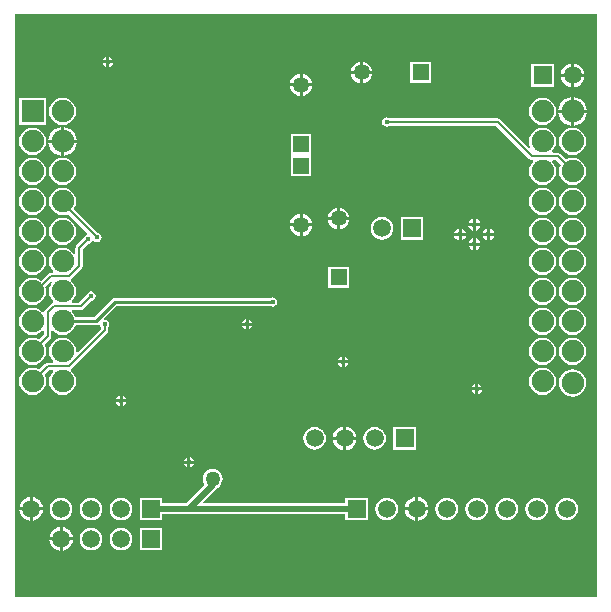
<source format=gbl>
G04*
G04 #@! TF.GenerationSoftware,Altium Limited,Altium Designer,18.0.12 (696)*
G04*
G04 Layer_Physical_Order=2*
G04 Layer_Color=16711680*
%FSLAX25Y25*%
%MOIN*%
G70*
G01*
G75*
%ADD11C,0.01000*%
%ADD59C,0.02000*%
%ADD60C,0.00800*%
%ADD61C,0.01968*%
%ADD62C,0.05906*%
%ADD63R,0.05906X0.05906*%
%ADD64R,0.05315X0.05315*%
%ADD65C,0.05315*%
%ADD66R,0.05315X0.05315*%
%ADD67C,0.07500*%
%ADD68R,0.07500X0.07500*%
%ADD69C,0.01500*%
%ADD70C,0.05000*%
G36*
X297000Y110000D02*
X103000D01*
Y304500D01*
X297000D01*
Y110000D01*
D02*
G37*
%LPC*%
G36*
X134500Y290185D02*
Y289000D01*
X135685D01*
X135649Y289183D01*
X135262Y289762D01*
X134683Y290148D01*
X134500Y290185D01*
D02*
G37*
G36*
X133500D02*
X133317Y290148D01*
X132738Y289762D01*
X132352Y289183D01*
X132315Y289000D01*
X133500D01*
Y290185D01*
D02*
G37*
G36*
X135685Y288000D02*
X134500D01*
Y286815D01*
X134683Y286852D01*
X135262Y287238D01*
X135649Y287817D01*
X135685Y288000D01*
D02*
G37*
G36*
X133500D02*
X132315D01*
X132352Y287817D01*
X132738Y287238D01*
X133317Y286852D01*
X133500Y286815D01*
Y288000D01*
D02*
G37*
G36*
X219158Y288623D02*
Y285500D01*
X222281D01*
X222221Y285955D01*
X221852Y286844D01*
X221266Y287609D01*
X220502Y288195D01*
X219612Y288563D01*
X219158Y288623D01*
D02*
G37*
G36*
X218158D02*
X217703Y288563D01*
X216813Y288195D01*
X216049Y287609D01*
X215463Y286844D01*
X215094Y285955D01*
X215034Y285500D01*
X218158D01*
Y288623D01*
D02*
G37*
G36*
X289500Y287921D02*
Y284500D01*
X292921D01*
X292851Y285032D01*
X292453Y285993D01*
X291819Y286819D01*
X290993Y287453D01*
X290032Y287851D01*
X289500Y287921D01*
D02*
G37*
G36*
X288500D02*
X287968Y287851D01*
X287007Y287453D01*
X286181Y286819D01*
X285547Y285993D01*
X285149Y285032D01*
X285079Y284500D01*
X288500D01*
Y287921D01*
D02*
G37*
G36*
X241800Y288457D02*
X234885D01*
Y281542D01*
X241800D01*
Y288457D01*
D02*
G37*
G36*
X222281Y284500D02*
X219158D01*
Y281377D01*
X219612Y281437D01*
X220502Y281805D01*
X221266Y282392D01*
X221852Y283155D01*
X222221Y284045D01*
X222281Y284500D01*
D02*
G37*
G36*
X218158D02*
X215034D01*
X215094Y284045D01*
X215463Y283155D01*
X216049Y282392D01*
X216813Y281805D01*
X217703Y281437D01*
X218158Y281377D01*
Y284500D01*
D02*
G37*
G36*
X199000Y284466D02*
Y281343D01*
X202123D01*
X202063Y281797D01*
X201695Y282687D01*
X201109Y283451D01*
X200344Y284037D01*
X199455Y284406D01*
X199000Y284466D01*
D02*
G37*
G36*
X198000D02*
X197545Y284406D01*
X196655Y284037D01*
X195891Y283451D01*
X195305Y282687D01*
X194937Y281797D01*
X194877Y281343D01*
X198000D01*
Y284466D01*
D02*
G37*
G36*
X282753Y287753D02*
X275247D01*
Y280247D01*
X282753D01*
Y287753D01*
D02*
G37*
G36*
X292921Y283500D02*
X289500D01*
Y280079D01*
X290032Y280149D01*
X290993Y280547D01*
X291819Y281181D01*
X292453Y282007D01*
X292851Y282968D01*
X292921Y283500D01*
D02*
G37*
G36*
X288500D02*
X285079D01*
X285149Y282968D01*
X285547Y282007D01*
X286181Y281181D01*
X287007Y280547D01*
X287968Y280149D01*
X288500Y280079D01*
Y283500D01*
D02*
G37*
G36*
X202123Y280343D02*
X199000D01*
Y277219D01*
X199455Y277279D01*
X200344Y277648D01*
X201109Y278234D01*
X201695Y278998D01*
X202063Y279888D01*
X202123Y280343D01*
D02*
G37*
G36*
X198000D02*
X194877D01*
X194937Y279888D01*
X195305Y278998D01*
X195891Y278234D01*
X196655Y277648D01*
X197545Y277279D01*
X198000Y277219D01*
Y280343D01*
D02*
G37*
G36*
X289500Y276725D02*
Y272500D01*
X293725D01*
X293628Y273240D01*
X293149Y274395D01*
X292388Y275388D01*
X291395Y276149D01*
X290240Y276628D01*
X289500Y276725D01*
D02*
G37*
G36*
X288500D02*
X287760Y276628D01*
X286604Y276149D01*
X285612Y275388D01*
X284851Y274395D01*
X284372Y273240D01*
X284275Y272500D01*
X288500D01*
Y276725D01*
D02*
G37*
G36*
X113550Y276550D02*
X104450D01*
Y267450D01*
X113550D01*
Y276550D01*
D02*
G37*
G36*
X279000Y276589D02*
X277812Y276433D01*
X276705Y275974D01*
X275755Y275245D01*
X275026Y274295D01*
X274567Y273188D01*
X274411Y272000D01*
X274567Y270812D01*
X275026Y269705D01*
X275755Y268755D01*
X276705Y268026D01*
X277812Y267567D01*
X279000Y267411D01*
X280188Y267567D01*
X281295Y268026D01*
X282245Y268755D01*
X282974Y269705D01*
X283433Y270812D01*
X283589Y272000D01*
X283433Y273188D01*
X282974Y274295D01*
X282245Y275245D01*
X281295Y275974D01*
X280188Y276433D01*
X279000Y276589D01*
D02*
G37*
G36*
X119000D02*
X117812Y276433D01*
X116705Y275974D01*
X115755Y275245D01*
X115026Y274295D01*
X114567Y273188D01*
X114411Y272000D01*
X114567Y270812D01*
X115026Y269705D01*
X115755Y268755D01*
X116705Y268026D01*
X117812Y267567D01*
X119000Y267411D01*
X120188Y267567D01*
X121295Y268026D01*
X122245Y268755D01*
X122974Y269705D01*
X123433Y270812D01*
X123589Y272000D01*
X123433Y273188D01*
X122974Y274295D01*
X122245Y275245D01*
X121295Y275974D01*
X120188Y276433D01*
X119000Y276589D01*
D02*
G37*
G36*
X293725Y271500D02*
X289500D01*
Y267275D01*
X290240Y267372D01*
X291395Y267851D01*
X292388Y268612D01*
X293149Y269604D01*
X293628Y270760D01*
X293725Y271500D01*
D02*
G37*
G36*
X288500D02*
X284275D01*
X284372Y270760D01*
X284851Y269604D01*
X285612Y268612D01*
X286604Y267851D01*
X287760Y267372D01*
X288500Y267275D01*
Y271500D01*
D02*
G37*
G36*
X119500Y266725D02*
Y262500D01*
X123725D01*
X123628Y263240D01*
X123149Y264395D01*
X122388Y265388D01*
X121396Y266149D01*
X120240Y266628D01*
X119500Y266725D01*
D02*
G37*
G36*
X118500D02*
X117760Y266628D01*
X116604Y266149D01*
X115612Y265388D01*
X114851Y264395D01*
X114372Y263240D01*
X114275Y262500D01*
X118500D01*
Y266725D01*
D02*
G37*
G36*
X289000Y266589D02*
X287812Y266433D01*
X286705Y265974D01*
X285755Y265245D01*
X285026Y264295D01*
X284567Y263188D01*
X284411Y262000D01*
X284567Y260812D01*
X285026Y259705D01*
X285755Y258755D01*
X286705Y258026D01*
X287812Y257567D01*
X289000Y257411D01*
X290188Y257567D01*
X291295Y258026D01*
X292245Y258755D01*
X292974Y259705D01*
X293433Y260812D01*
X293589Y262000D01*
X293433Y263188D01*
X292974Y264295D01*
X292245Y265245D01*
X291295Y265974D01*
X290188Y266433D01*
X289000Y266589D01*
D02*
G37*
G36*
X109000D02*
X107812Y266433D01*
X106705Y265974D01*
X105755Y265245D01*
X105026Y264295D01*
X104567Y263188D01*
X104411Y262000D01*
X104567Y260812D01*
X105026Y259705D01*
X105755Y258755D01*
X106705Y258026D01*
X107812Y257567D01*
X109000Y257411D01*
X110188Y257567D01*
X111295Y258026D01*
X112245Y258755D01*
X112974Y259705D01*
X113433Y260812D01*
X113589Y262000D01*
X113433Y263188D01*
X112974Y264295D01*
X112245Y265245D01*
X111295Y265974D01*
X110188Y266433D01*
X109000Y266589D01*
D02*
G37*
G36*
X123725Y261500D02*
X119500D01*
Y257275D01*
X120240Y257372D01*
X121396Y257851D01*
X122388Y258612D01*
X123149Y259605D01*
X123628Y260760D01*
X123725Y261500D01*
D02*
G37*
G36*
X118500D02*
X114275D01*
X114372Y260760D01*
X114851Y259605D01*
X115612Y258612D01*
X116604Y257851D01*
X117760Y257372D01*
X118500Y257275D01*
Y261500D01*
D02*
G37*
G36*
X201958Y264615D02*
X195043D01*
Y257800D01*
X195043Y257700D01*
X195043Y257200D01*
Y250385D01*
X201958D01*
Y257200D01*
X201958Y257300D01*
X201958Y257800D01*
Y264615D01*
D02*
G37*
G36*
X227000Y270080D02*
X226395Y269960D01*
X225883Y269618D01*
X225540Y269105D01*
X225420Y268500D01*
X225540Y267895D01*
X225883Y267383D01*
X226395Y267040D01*
X227000Y266920D01*
X227605Y267040D01*
X227959Y267277D01*
X263493D01*
X274635Y256135D01*
X275032Y255870D01*
X275500Y255777D01*
X275670D01*
X275830Y255303D01*
X275755Y255245D01*
X275026Y254295D01*
X274567Y253188D01*
X274411Y252000D01*
X274567Y250812D01*
X275026Y249705D01*
X275755Y248755D01*
X276705Y248026D01*
X277812Y247567D01*
X279000Y247411D01*
X280188Y247567D01*
X281295Y248026D01*
X282245Y248755D01*
X282974Y249705D01*
X283433Y250812D01*
X283589Y252000D01*
X283433Y253188D01*
X282974Y254295D01*
X282245Y255245D01*
X282170Y255303D01*
X282330Y255777D01*
X283493D01*
X285011Y254259D01*
X284567Y253188D01*
X284411Y252000D01*
X284567Y250812D01*
X285026Y249705D01*
X285755Y248755D01*
X286705Y248026D01*
X287812Y247567D01*
X289000Y247411D01*
X290188Y247567D01*
X291295Y248026D01*
X292245Y248755D01*
X292974Y249705D01*
X293433Y250812D01*
X293589Y252000D01*
X293433Y253188D01*
X292974Y254295D01*
X292245Y255245D01*
X291295Y255974D01*
X290188Y256433D01*
X289000Y256589D01*
X287812Y256433D01*
X286741Y255989D01*
X284865Y257865D01*
X284468Y258130D01*
X284000Y258224D01*
X282330D01*
X282170Y258697D01*
X282245Y258755D01*
X282974Y259705D01*
X283433Y260812D01*
X283589Y262000D01*
X283433Y263188D01*
X282974Y264295D01*
X282245Y265245D01*
X281295Y265974D01*
X280188Y266433D01*
X279000Y266589D01*
X277812Y266433D01*
X276705Y265974D01*
X275755Y265245D01*
X275026Y264295D01*
X274567Y263188D01*
X274411Y262000D01*
X274567Y260812D01*
X274880Y260058D01*
X274456Y259775D01*
X264865Y269365D01*
X264468Y269630D01*
X264000Y269724D01*
X227959D01*
X227605Y269960D01*
X227000Y270080D01*
D02*
G37*
G36*
X119000Y256589D02*
X117812Y256433D01*
X116705Y255974D01*
X115755Y255245D01*
X115026Y254295D01*
X114567Y253188D01*
X114411Y252000D01*
X114567Y250812D01*
X115026Y249705D01*
X115755Y248755D01*
X116705Y248026D01*
X117812Y247567D01*
X119000Y247411D01*
X120188Y247567D01*
X121295Y248026D01*
X122245Y248755D01*
X122974Y249705D01*
X123433Y250812D01*
X123589Y252000D01*
X123433Y253188D01*
X122974Y254295D01*
X122245Y255245D01*
X121295Y255974D01*
X120188Y256433D01*
X119000Y256589D01*
D02*
G37*
G36*
X109000D02*
X107812Y256433D01*
X106705Y255974D01*
X105755Y255245D01*
X105026Y254295D01*
X104567Y253188D01*
X104411Y252000D01*
X104567Y250812D01*
X105026Y249705D01*
X105755Y248755D01*
X106705Y248026D01*
X107812Y247567D01*
X109000Y247411D01*
X110188Y247567D01*
X111295Y248026D01*
X112245Y248755D01*
X112974Y249705D01*
X113433Y250812D01*
X113589Y252000D01*
X113433Y253188D01*
X112974Y254295D01*
X112245Y255245D01*
X111295Y255974D01*
X110188Y256433D01*
X109000Y256589D01*
D02*
G37*
G36*
X289000Y246589D02*
X287812Y246433D01*
X286705Y245974D01*
X285755Y245245D01*
X285026Y244295D01*
X284567Y243188D01*
X284411Y242000D01*
X284567Y240812D01*
X285026Y239705D01*
X285755Y238755D01*
X286705Y238026D01*
X287812Y237567D01*
X289000Y237411D01*
X290188Y237567D01*
X291295Y238026D01*
X292245Y238755D01*
X292974Y239705D01*
X293433Y240812D01*
X293589Y242000D01*
X293433Y243188D01*
X292974Y244295D01*
X292245Y245245D01*
X291295Y245974D01*
X290188Y246433D01*
X289000Y246589D01*
D02*
G37*
G36*
X279000D02*
X277812Y246433D01*
X276705Y245974D01*
X275755Y245245D01*
X275026Y244295D01*
X274567Y243188D01*
X274411Y242000D01*
X274567Y240812D01*
X275026Y239705D01*
X275755Y238755D01*
X276705Y238026D01*
X277812Y237567D01*
X279000Y237411D01*
X280188Y237567D01*
X281295Y238026D01*
X282245Y238755D01*
X282974Y239705D01*
X283433Y240812D01*
X283589Y242000D01*
X283433Y243188D01*
X282974Y244295D01*
X282245Y245245D01*
X281295Y245974D01*
X280188Y246433D01*
X279000Y246589D01*
D02*
G37*
G36*
X109000D02*
X107812Y246433D01*
X106705Y245974D01*
X105755Y245245D01*
X105026Y244295D01*
X104567Y243188D01*
X104411Y242000D01*
X104567Y240812D01*
X105026Y239705D01*
X105755Y238755D01*
X106705Y238026D01*
X107812Y237567D01*
X109000Y237411D01*
X110188Y237567D01*
X111295Y238026D01*
X112245Y238755D01*
X112974Y239705D01*
X113433Y240812D01*
X113589Y242000D01*
X113433Y243188D01*
X112974Y244295D01*
X112245Y245245D01*
X111295Y245974D01*
X110188Y246433D01*
X109000Y246589D01*
D02*
G37*
G36*
X211500Y239966D02*
Y236842D01*
X214623D01*
X214563Y237297D01*
X214195Y238187D01*
X213609Y238951D01*
X212844Y239537D01*
X211955Y239906D01*
X211500Y239966D01*
D02*
G37*
G36*
X210500D02*
X210045Y239906D01*
X209156Y239537D01*
X208391Y238951D01*
X207805Y238187D01*
X207437Y237297D01*
X207377Y236842D01*
X210500D01*
Y239966D01*
D02*
G37*
G36*
X256724Y236132D02*
Y234709D01*
X258148D01*
X258094Y234983D01*
X257655Y235639D01*
X256999Y236078D01*
X256724Y236132D01*
D02*
G37*
G36*
X255724Y236132D02*
X255450Y236078D01*
X254794Y235639D01*
X254355Y234983D01*
X254301Y234709D01*
X255724D01*
Y236132D01*
D02*
G37*
G36*
X199000Y237781D02*
Y234658D01*
X202123D01*
X202063Y235112D01*
X201695Y236002D01*
X201109Y236766D01*
X200344Y237352D01*
X199455Y237721D01*
X199000Y237781D01*
D02*
G37*
G36*
X198000D02*
X197545Y237721D01*
X196655Y237352D01*
X195891Y236766D01*
X195305Y236002D01*
X194937Y235112D01*
X194877Y234658D01*
X198000D01*
Y237781D01*
D02*
G37*
G36*
X214623Y235842D02*
X211500D01*
Y232719D01*
X211955Y232779D01*
X212844Y233148D01*
X213609Y233734D01*
X214195Y234498D01*
X214563Y235388D01*
X214623Y235842D01*
D02*
G37*
G36*
X210500D02*
X207377D01*
X207437Y235388D01*
X207805Y234498D01*
X208391Y233734D01*
X209156Y233148D01*
X210045Y232779D01*
X210500Y232719D01*
Y235842D01*
D02*
G37*
G36*
X255724Y233709D02*
X254301D01*
X254355Y233435D01*
X254794Y232778D01*
X255450Y232340D01*
X255724Y232285D01*
Y233709D01*
D02*
G37*
G36*
X258148D02*
X256724D01*
Y232285D01*
X256999Y232340D01*
X257655Y232778D01*
X258094Y233435D01*
X258148Y233709D01*
D02*
G37*
G36*
X261449Y232924D02*
Y231500D01*
X262873D01*
X262818Y231774D01*
X262379Y232431D01*
X261723Y232869D01*
X261449Y232924D01*
D02*
G37*
G36*
X252000D02*
Y231500D01*
X253424D01*
X253369Y231774D01*
X252931Y232431D01*
X252274Y232869D01*
X252000Y232924D01*
D02*
G37*
G36*
X251000D02*
X250726Y232869D01*
X250069Y232431D01*
X249631Y231774D01*
X249576Y231500D01*
X251000D01*
Y232924D01*
D02*
G37*
G36*
X260449D02*
X260175Y232869D01*
X259518Y232431D01*
X259080Y231774D01*
X259025Y231500D01*
X260449D01*
Y232924D01*
D02*
G37*
G36*
X202123Y233658D02*
X199000D01*
Y230534D01*
X199455Y230594D01*
X200344Y230963D01*
X201109Y231549D01*
X201695Y232313D01*
X202063Y233203D01*
X202123Y233658D01*
D02*
G37*
G36*
X198000D02*
X194877D01*
X194937Y233203D01*
X195305Y232313D01*
X195891Y231549D01*
X196655Y230963D01*
X197545Y230594D01*
X198000Y230534D01*
Y233658D01*
D02*
G37*
G36*
X239253Y236753D02*
X231747D01*
Y229247D01*
X239253D01*
Y236753D01*
D02*
G37*
G36*
X225500Y236785D02*
X224520Y236656D01*
X223607Y236278D01*
X222824Y235677D01*
X222222Y234893D01*
X221844Y233980D01*
X221715Y233000D01*
X221844Y232020D01*
X222222Y231107D01*
X222824Y230324D01*
X223607Y229722D01*
X224520Y229344D01*
X225500Y229215D01*
X226480Y229344D01*
X227393Y229722D01*
X228176Y230324D01*
X228778Y231107D01*
X229156Y232020D01*
X229285Y233000D01*
X229156Y233980D01*
X228778Y234893D01*
X228176Y235677D01*
X227393Y236278D01*
X226480Y236656D01*
X225500Y236785D01*
D02*
G37*
G36*
X262873Y230500D02*
X261449D01*
Y229076D01*
X261723Y229131D01*
X262379Y229569D01*
X262818Y230226D01*
X262873Y230500D01*
D02*
G37*
G36*
X253424D02*
X252000D01*
Y229076D01*
X252274Y229131D01*
X252931Y229569D01*
X253369Y230226D01*
X253424Y230500D01*
D02*
G37*
G36*
X251000D02*
X249576D01*
X249631Y230226D01*
X250069Y229569D01*
X250726Y229131D01*
X251000Y229076D01*
Y230500D01*
D02*
G37*
G36*
X260449D02*
X259025D01*
X259080Y230226D01*
X259518Y229569D01*
X260175Y229131D01*
X260449Y229076D01*
Y230500D01*
D02*
G37*
G36*
X119000Y246589D02*
X117812Y246433D01*
X116705Y245974D01*
X115755Y245245D01*
X115026Y244295D01*
X114567Y243188D01*
X114411Y242000D01*
X114567Y240812D01*
X115026Y239705D01*
X115755Y238755D01*
X116705Y238026D01*
X117812Y237567D01*
X119000Y237411D01*
X120188Y237567D01*
X120905Y237864D01*
X127233Y231537D01*
X127068Y230995D01*
X126895Y230960D01*
X126383Y230617D01*
X126040Y230105D01*
X125957Y229687D01*
X123635Y227365D01*
X123370Y226968D01*
X123276Y226500D01*
Y224722D01*
X122776Y224553D01*
X122245Y225245D01*
X121295Y225974D01*
X120188Y226433D01*
X119000Y226589D01*
X117812Y226433D01*
X116705Y225974D01*
X115755Y225245D01*
X115026Y224295D01*
X114567Y223188D01*
X114411Y222000D01*
X114567Y220812D01*
X115026Y219705D01*
X115741Y218774D01*
X115714Y218595D01*
X115604Y218273D01*
X115050D01*
X114582Y218180D01*
X114185Y217915D01*
X111832Y215562D01*
X111295Y215974D01*
X110188Y216433D01*
X109000Y216589D01*
X107812Y216433D01*
X106705Y215974D01*
X105755Y215245D01*
X105026Y214295D01*
X104567Y213188D01*
X104411Y212000D01*
X104567Y210812D01*
X105026Y209705D01*
X105755Y208755D01*
X106705Y208026D01*
X107812Y207567D01*
X109000Y207411D01*
X110188Y207567D01*
X111295Y208026D01*
X112245Y208755D01*
X112974Y209705D01*
X113433Y210812D01*
X113589Y212000D01*
X113433Y213188D01*
X113282Y213552D01*
X115296Y215565D01*
X115360Y215550D01*
X115559Y214990D01*
X115026Y214295D01*
X114567Y213188D01*
X114411Y212000D01*
X114567Y210812D01*
X115026Y209705D01*
X115755Y208755D01*
X115786Y208731D01*
X115662Y208196D01*
X115582Y208180D01*
X115185Y207915D01*
X113135Y205865D01*
X112870Y205468D01*
X112836Y205297D01*
X112301Y205172D01*
X112245Y205245D01*
X111295Y205974D01*
X110188Y206433D01*
X109000Y206589D01*
X107812Y206433D01*
X106705Y205974D01*
X105755Y205245D01*
X105026Y204295D01*
X104567Y203188D01*
X104411Y202000D01*
X104567Y200812D01*
X105026Y199705D01*
X105755Y198755D01*
X106705Y198026D01*
X107812Y197567D01*
X109000Y197411D01*
X110188Y197567D01*
X111295Y198026D01*
X112245Y198755D01*
X112303Y198830D01*
X112777Y198670D01*
Y197507D01*
X111259Y195989D01*
X110188Y196433D01*
X109000Y196589D01*
X107812Y196433D01*
X106705Y195974D01*
X105755Y195245D01*
X105026Y194295D01*
X104567Y193188D01*
X104411Y192000D01*
X104567Y190812D01*
X105026Y189705D01*
X105755Y188755D01*
X106705Y188026D01*
X107812Y187567D01*
X109000Y187411D01*
X110188Y187567D01*
X111295Y188026D01*
X112245Y188755D01*
X112974Y189705D01*
X113433Y190812D01*
X113589Y192000D01*
X113433Y193188D01*
X112989Y194259D01*
X114865Y196135D01*
X115130Y196532D01*
X115224Y197000D01*
Y198670D01*
X115697Y198830D01*
X115755Y198755D01*
X116705Y198026D01*
X117812Y197567D01*
X119000Y197411D01*
X120188Y197567D01*
X121295Y198026D01*
X122245Y198755D01*
X122974Y199705D01*
X123376Y200675D01*
X130000D01*
X130507Y200775D01*
X130936Y201062D01*
X131066Y201045D01*
X131447Y200865D01*
X131540Y200395D01*
X131776Y200041D01*
Y199506D01*
X124036Y191766D01*
X123732Y191916D01*
X123586Y192023D01*
X123433Y193188D01*
X122974Y194295D01*
X122245Y195245D01*
X121295Y195974D01*
X120188Y196433D01*
X119000Y196589D01*
X117812Y196433D01*
X116705Y195974D01*
X115755Y195245D01*
X115026Y194295D01*
X114567Y193188D01*
X114411Y192000D01*
X114567Y190812D01*
X115026Y189705D01*
X115741Y188774D01*
X115714Y188595D01*
X115604Y188274D01*
X114050D01*
X113582Y188180D01*
X113185Y187915D01*
X111259Y185989D01*
X110188Y186433D01*
X109000Y186589D01*
X107812Y186433D01*
X106705Y185974D01*
X105755Y185245D01*
X105026Y184295D01*
X104567Y183188D01*
X104411Y182000D01*
X104567Y180812D01*
X105026Y179705D01*
X105755Y178755D01*
X106705Y178026D01*
X107812Y177567D01*
X109000Y177411D01*
X110188Y177567D01*
X111295Y178026D01*
X112245Y178755D01*
X112974Y179705D01*
X113433Y180812D01*
X113589Y182000D01*
X113433Y183188D01*
X112989Y184259D01*
X114557Y185827D01*
X115735D01*
X115896Y185353D01*
X115755Y185245D01*
X115026Y184295D01*
X114567Y183188D01*
X114411Y182000D01*
X114567Y180812D01*
X115026Y179705D01*
X115755Y178755D01*
X116705Y178026D01*
X117812Y177567D01*
X119000Y177411D01*
X120188Y177567D01*
X121295Y178026D01*
X122245Y178755D01*
X122974Y179705D01*
X123433Y180812D01*
X123589Y182000D01*
X123433Y183188D01*
X122974Y184295D01*
X122245Y185245D01*
X121856Y185544D01*
X121876Y186159D01*
X121915Y186185D01*
X133865Y198135D01*
X134130Y198531D01*
X134223Y199000D01*
Y200041D01*
X134460Y200395D01*
X134580Y201000D01*
X134460Y201605D01*
X134117Y202117D01*
X133605Y202460D01*
X133135Y202554D01*
X132955Y202933D01*
X132938Y203064D01*
X137049Y207174D01*
X188194D01*
X188395Y207040D01*
X189000Y206920D01*
X189605Y207040D01*
X190118Y207382D01*
X190460Y207895D01*
X190580Y208500D01*
X190460Y209105D01*
X190118Y209617D01*
X189605Y209960D01*
X189000Y210080D01*
X188395Y209960D01*
X188194Y209825D01*
X136500D01*
X135993Y209725D01*
X135563Y209437D01*
X129451Y203326D01*
X123376D01*
X122974Y204295D01*
X122245Y205245D01*
X122104Y205353D01*
X122265Y205826D01*
X125050D01*
X125518Y205920D01*
X125915Y206185D01*
X128687Y208957D01*
X129105Y209040D01*
X129618Y209383D01*
X129960Y209895D01*
X130080Y210500D01*
X129960Y211105D01*
X129618Y211617D01*
X129105Y211960D01*
X128500Y212080D01*
X127895Y211960D01*
X127383Y211617D01*
X127040Y211105D01*
X126957Y210687D01*
X124543Y208274D01*
X122396D01*
X122286Y208595D01*
X122259Y208773D01*
X122974Y209705D01*
X123433Y210812D01*
X123589Y212000D01*
X123433Y213188D01*
X122974Y214295D01*
X122245Y215245D01*
X121856Y215544D01*
X121876Y216159D01*
X121915Y216185D01*
X125365Y219635D01*
X125630Y220031D01*
X125724Y220500D01*
Y225993D01*
X127687Y227957D01*
X128105Y228040D01*
X128618Y228382D01*
X128866Y228755D01*
X129274Y228856D01*
X129457Y228833D01*
X129895Y228540D01*
X130500Y228420D01*
X131105Y228540D01*
X131617Y228883D01*
X131960Y229395D01*
X132080Y230000D01*
X131960Y230605D01*
X131617Y231118D01*
X131105Y231460D01*
X130687Y231543D01*
X122779Y239451D01*
X122974Y239705D01*
X123433Y240812D01*
X123589Y242000D01*
X123433Y243188D01*
X122974Y244295D01*
X122245Y245245D01*
X121295Y245974D01*
X120188Y246433D01*
X119000Y246589D01*
D02*
G37*
G36*
X256724Y229715D02*
Y228291D01*
X258148D01*
X258094Y228566D01*
X257655Y229222D01*
X256999Y229661D01*
X256724Y229715D01*
D02*
G37*
G36*
X255724Y229715D02*
X255450Y229661D01*
X254794Y229222D01*
X254355Y228566D01*
X254301Y228291D01*
X255724D01*
Y229715D01*
D02*
G37*
G36*
X289000Y236589D02*
X287812Y236433D01*
X286705Y235974D01*
X285755Y235245D01*
X285026Y234295D01*
X284567Y233188D01*
X284411Y232000D01*
X284567Y230812D01*
X285026Y229705D01*
X285755Y228755D01*
X286705Y228026D01*
X287812Y227567D01*
X289000Y227411D01*
X290188Y227567D01*
X291295Y228026D01*
X292245Y228755D01*
X292974Y229705D01*
X293433Y230812D01*
X293589Y232000D01*
X293433Y233188D01*
X292974Y234295D01*
X292245Y235245D01*
X291295Y235974D01*
X290188Y236433D01*
X289000Y236589D01*
D02*
G37*
G36*
X279000D02*
X277812Y236433D01*
X276705Y235974D01*
X275755Y235245D01*
X275026Y234295D01*
X274567Y233188D01*
X274411Y232000D01*
X274567Y230812D01*
X275026Y229705D01*
X275755Y228755D01*
X276705Y228026D01*
X277812Y227567D01*
X279000Y227411D01*
X280188Y227567D01*
X281295Y228026D01*
X282245Y228755D01*
X282974Y229705D01*
X283433Y230812D01*
X283589Y232000D01*
X283433Y233188D01*
X282974Y234295D01*
X282245Y235245D01*
X281295Y235974D01*
X280188Y236433D01*
X279000Y236589D01*
D02*
G37*
G36*
X119000D02*
X117812Y236433D01*
X116705Y235974D01*
X115755Y235245D01*
X115026Y234295D01*
X114567Y233188D01*
X114411Y232000D01*
X114567Y230812D01*
X115026Y229705D01*
X115755Y228755D01*
X116705Y228026D01*
X117812Y227567D01*
X119000Y227411D01*
X120188Y227567D01*
X121295Y228026D01*
X122245Y228755D01*
X122974Y229705D01*
X123433Y230812D01*
X123589Y232000D01*
X123433Y233188D01*
X122974Y234295D01*
X122245Y235245D01*
X121295Y235974D01*
X120188Y236433D01*
X119000Y236589D01*
D02*
G37*
G36*
X109000D02*
X107812Y236433D01*
X106705Y235974D01*
X105755Y235245D01*
X105026Y234295D01*
X104567Y233188D01*
X104411Y232000D01*
X104567Y230812D01*
X105026Y229705D01*
X105755Y228755D01*
X106705Y228026D01*
X107812Y227567D01*
X109000Y227411D01*
X110188Y227567D01*
X111295Y228026D01*
X112245Y228755D01*
X112974Y229705D01*
X113433Y230812D01*
X113589Y232000D01*
X113433Y233188D01*
X112974Y234295D01*
X112245Y235245D01*
X111295Y235974D01*
X110188Y236433D01*
X109000Y236589D01*
D02*
G37*
G36*
X255724Y227291D02*
X254301D01*
X254355Y227017D01*
X254794Y226361D01*
X255450Y225922D01*
X255724Y225868D01*
Y227291D01*
D02*
G37*
G36*
X258148D02*
X256724D01*
Y225868D01*
X256999Y225922D01*
X257655Y226361D01*
X258094Y227017D01*
X258148Y227291D01*
D02*
G37*
G36*
X289000Y226589D02*
X287812Y226433D01*
X286705Y225974D01*
X285755Y225245D01*
X285026Y224295D01*
X284567Y223188D01*
X284411Y222000D01*
X284567Y220812D01*
X285026Y219705D01*
X285755Y218755D01*
X286705Y218026D01*
X287812Y217567D01*
X289000Y217411D01*
X290188Y217567D01*
X291295Y218026D01*
X292245Y218755D01*
X292974Y219705D01*
X293433Y220812D01*
X293589Y222000D01*
X293433Y223188D01*
X292974Y224295D01*
X292245Y225245D01*
X291295Y225974D01*
X290188Y226433D01*
X289000Y226589D01*
D02*
G37*
G36*
X279000D02*
X277812Y226433D01*
X276705Y225974D01*
X275755Y225245D01*
X275026Y224295D01*
X274567Y223188D01*
X274411Y222000D01*
X274567Y220812D01*
X275026Y219705D01*
X275755Y218755D01*
X276705Y218026D01*
X277812Y217567D01*
X279000Y217411D01*
X280188Y217567D01*
X281295Y218026D01*
X282245Y218755D01*
X282974Y219705D01*
X283433Y220812D01*
X283589Y222000D01*
X283433Y223188D01*
X282974Y224295D01*
X282245Y225245D01*
X281295Y225974D01*
X280188Y226433D01*
X279000Y226589D01*
D02*
G37*
G36*
X109000D02*
X107812Y226433D01*
X106705Y225974D01*
X105755Y225245D01*
X105026Y224295D01*
X104567Y223188D01*
X104411Y222000D01*
X104567Y220812D01*
X105026Y219705D01*
X105755Y218755D01*
X106705Y218026D01*
X107812Y217567D01*
X109000Y217411D01*
X110188Y217567D01*
X111295Y218026D01*
X112245Y218755D01*
X112974Y219705D01*
X113433Y220812D01*
X113589Y222000D01*
X113433Y223188D01*
X112974Y224295D01*
X112245Y225245D01*
X111295Y225974D01*
X110188Y226433D01*
X109000Y226589D01*
D02*
G37*
G36*
X214458Y220115D02*
X207542D01*
Y213200D01*
X214458D01*
Y220115D01*
D02*
G37*
G36*
X289000Y216589D02*
X287812Y216433D01*
X286705Y215974D01*
X285755Y215245D01*
X285026Y214295D01*
X284567Y213188D01*
X284411Y212000D01*
X284567Y210812D01*
X285026Y209705D01*
X285755Y208755D01*
X286705Y208026D01*
X287812Y207567D01*
X289000Y207411D01*
X290188Y207567D01*
X291295Y208026D01*
X292245Y208755D01*
X292974Y209705D01*
X293433Y210812D01*
X293589Y212000D01*
X293433Y213188D01*
X292974Y214295D01*
X292245Y215245D01*
X291295Y215974D01*
X290188Y216433D01*
X289000Y216589D01*
D02*
G37*
G36*
X279000D02*
X277812Y216433D01*
X276705Y215974D01*
X275755Y215245D01*
X275026Y214295D01*
X274567Y213188D01*
X274411Y212000D01*
X274567Y210812D01*
X275026Y209705D01*
X275755Y208755D01*
X276705Y208026D01*
X277812Y207567D01*
X279000Y207411D01*
X280188Y207567D01*
X281295Y208026D01*
X282245Y208755D01*
X282974Y209705D01*
X283433Y210812D01*
X283589Y212000D01*
X283433Y213188D01*
X282974Y214295D01*
X282245Y215245D01*
X281295Y215974D01*
X280188Y216433D01*
X279000Y216589D01*
D02*
G37*
G36*
X181000Y202685D02*
Y201500D01*
X182185D01*
X182149Y201683D01*
X181762Y202262D01*
X181183Y202648D01*
X181000Y202685D01*
D02*
G37*
G36*
X180000D02*
X179817Y202648D01*
X179238Y202262D01*
X178851Y201683D01*
X178815Y201500D01*
X180000D01*
Y202685D01*
D02*
G37*
G36*
X182185Y200500D02*
X181000D01*
Y199315D01*
X181183Y199352D01*
X181762Y199738D01*
X182149Y200317D01*
X182185Y200500D01*
D02*
G37*
G36*
X180000D02*
X178815D01*
X178851Y200317D01*
X179238Y199738D01*
X179817Y199352D01*
X180000Y199315D01*
Y200500D01*
D02*
G37*
G36*
X289000Y206589D02*
X287812Y206433D01*
X286705Y205974D01*
X285755Y205245D01*
X285026Y204295D01*
X284567Y203188D01*
X284411Y202000D01*
X284567Y200812D01*
X285026Y199705D01*
X285755Y198755D01*
X286705Y198026D01*
X287812Y197567D01*
X289000Y197411D01*
X290188Y197567D01*
X291295Y198026D01*
X292245Y198755D01*
X292974Y199705D01*
X293433Y200812D01*
X293589Y202000D01*
X293433Y203188D01*
X292974Y204295D01*
X292245Y205245D01*
X291295Y205974D01*
X290188Y206433D01*
X289000Y206589D01*
D02*
G37*
G36*
X279000D02*
X277812Y206433D01*
X276705Y205974D01*
X275755Y205245D01*
X275026Y204295D01*
X274567Y203188D01*
X274411Y202000D01*
X274567Y200812D01*
X275026Y199705D01*
X275755Y198755D01*
X276705Y198026D01*
X277812Y197567D01*
X279000Y197411D01*
X280188Y197567D01*
X281295Y198026D01*
X282245Y198755D01*
X282974Y199705D01*
X283433Y200812D01*
X283589Y202000D01*
X283433Y203188D01*
X282974Y204295D01*
X282245Y205245D01*
X281295Y205974D01*
X280188Y206433D01*
X279000Y206589D01*
D02*
G37*
G36*
X213000Y190193D02*
Y189008D01*
X214185D01*
X214148Y189191D01*
X213762Y189770D01*
X213183Y190156D01*
X213000Y190193D01*
D02*
G37*
G36*
X212000D02*
X211817Y190156D01*
X211238Y189770D01*
X210852Y189191D01*
X210815Y189008D01*
X212000D01*
Y190193D01*
D02*
G37*
G36*
X289000Y196589D02*
X287812Y196433D01*
X286705Y195974D01*
X285755Y195245D01*
X285026Y194295D01*
X284567Y193188D01*
X284411Y192000D01*
X284567Y190812D01*
X285026Y189705D01*
X285755Y188755D01*
X286705Y188026D01*
X287812Y187567D01*
X289000Y187411D01*
X290188Y187567D01*
X291295Y188026D01*
X292245Y188755D01*
X292974Y189705D01*
X293433Y190812D01*
X293589Y192000D01*
X293433Y193188D01*
X292974Y194295D01*
X292245Y195245D01*
X291295Y195974D01*
X290188Y196433D01*
X289000Y196589D01*
D02*
G37*
G36*
X279000D02*
X277812Y196433D01*
X276705Y195974D01*
X275755Y195245D01*
X275026Y194295D01*
X274567Y193188D01*
X274411Y192000D01*
X274567Y190812D01*
X275026Y189705D01*
X275755Y188755D01*
X276705Y188026D01*
X277812Y187567D01*
X279000Y187411D01*
X280188Y187567D01*
X281295Y188026D01*
X282245Y188755D01*
X282974Y189705D01*
X283433Y190812D01*
X283589Y192000D01*
X283433Y193188D01*
X282974Y194295D01*
X282245Y195245D01*
X281295Y195974D01*
X280188Y196433D01*
X279000Y196589D01*
D02*
G37*
G36*
X214185Y188008D02*
X213000D01*
Y186823D01*
X213183Y186859D01*
X213762Y187246D01*
X214148Y187825D01*
X214185Y188008D01*
D02*
G37*
G36*
X212000D02*
X210815D01*
X210852Y187825D01*
X211238Y187246D01*
X211817Y186859D01*
X212000Y186823D01*
Y188008D01*
D02*
G37*
G36*
X257500Y181185D02*
Y180000D01*
X258685D01*
X258648Y180183D01*
X258262Y180762D01*
X257683Y181149D01*
X257500Y181185D01*
D02*
G37*
G36*
X256500D02*
X256317Y181149D01*
X255738Y180762D01*
X255351Y180183D01*
X255315Y180000D01*
X256500D01*
Y181185D01*
D02*
G37*
G36*
X258685Y179000D02*
X257500D01*
Y177815D01*
X257683Y177851D01*
X258262Y178238D01*
X258648Y178817D01*
X258685Y179000D01*
D02*
G37*
G36*
X256500D02*
X255315D01*
X255351Y178817D01*
X255738Y178238D01*
X256317Y177851D01*
X256500Y177815D01*
Y179000D01*
D02*
G37*
G36*
X279000Y186589D02*
X277812Y186433D01*
X276705Y185974D01*
X275755Y185245D01*
X275026Y184295D01*
X274567Y183188D01*
X274411Y182000D01*
X274567Y180812D01*
X275026Y179705D01*
X275755Y178755D01*
X276705Y178026D01*
X277812Y177567D01*
X279000Y177411D01*
X280188Y177567D01*
X281295Y178026D01*
X282245Y178755D01*
X282974Y179705D01*
X283433Y180812D01*
X283589Y182000D01*
X283433Y183188D01*
X282974Y184295D01*
X282245Y185245D01*
X281295Y185974D01*
X280188Y186433D01*
X279000Y186589D01*
D02*
G37*
G36*
X289000Y186089D02*
X287812Y185933D01*
X286705Y185474D01*
X285755Y184745D01*
X285026Y183795D01*
X284567Y182688D01*
X284411Y181500D01*
X284567Y180312D01*
X285026Y179205D01*
X285755Y178255D01*
X286705Y177526D01*
X287812Y177067D01*
X289000Y176911D01*
X290188Y177067D01*
X291295Y177526D01*
X292245Y178255D01*
X292974Y179205D01*
X293433Y180312D01*
X293589Y181500D01*
X293433Y182688D01*
X292974Y183795D01*
X292245Y184745D01*
X291295Y185474D01*
X290188Y185933D01*
X289000Y186089D01*
D02*
G37*
G36*
X139000Y177185D02*
Y176000D01*
X140185D01*
X140148Y176183D01*
X139762Y176762D01*
X139183Y177148D01*
X139000Y177185D01*
D02*
G37*
G36*
X138000D02*
X137817Y177148D01*
X137238Y176762D01*
X136852Y176183D01*
X136815Y176000D01*
X138000D01*
Y177185D01*
D02*
G37*
G36*
X140185Y175000D02*
X139000D01*
Y173815D01*
X139183Y173852D01*
X139762Y174238D01*
X140148Y174817D01*
X140185Y175000D01*
D02*
G37*
G36*
X138000D02*
X136815D01*
X136852Y174817D01*
X137238Y174238D01*
X137817Y173852D01*
X138000Y173815D01*
Y175000D01*
D02*
G37*
G36*
X213500Y166921D02*
Y163500D01*
X216921D01*
X216851Y164032D01*
X216453Y164993D01*
X215819Y165819D01*
X214993Y166453D01*
X214032Y166851D01*
X213500Y166921D01*
D02*
G37*
G36*
X212500D02*
X211968Y166851D01*
X211007Y166453D01*
X210181Y165819D01*
X209547Y164993D01*
X209149Y164032D01*
X209079Y163500D01*
X212500D01*
Y166921D01*
D02*
G37*
G36*
X236753Y166753D02*
X229247D01*
Y159247D01*
X236753D01*
Y166753D01*
D02*
G37*
G36*
X223000Y166785D02*
X222020Y166656D01*
X221107Y166278D01*
X220323Y165676D01*
X219722Y164893D01*
X219344Y163980D01*
X219215Y163000D01*
X219344Y162020D01*
X219722Y161107D01*
X220323Y160324D01*
X221107Y159722D01*
X222020Y159344D01*
X223000Y159215D01*
X223980Y159344D01*
X224893Y159722D01*
X225676Y160324D01*
X226278Y161107D01*
X226656Y162020D01*
X226785Y163000D01*
X226656Y163980D01*
X226278Y164893D01*
X225676Y165676D01*
X224893Y166278D01*
X223980Y166656D01*
X223000Y166785D01*
D02*
G37*
G36*
X203000D02*
X202020Y166656D01*
X201107Y166278D01*
X200324Y165676D01*
X199722Y164893D01*
X199344Y163980D01*
X199215Y163000D01*
X199344Y162020D01*
X199722Y161107D01*
X200324Y160324D01*
X201107Y159722D01*
X202020Y159344D01*
X203000Y159215D01*
X203980Y159344D01*
X204893Y159722D01*
X205677Y160324D01*
X206278Y161107D01*
X206656Y162020D01*
X206785Y163000D01*
X206656Y163980D01*
X206278Y164893D01*
X205677Y165676D01*
X204893Y166278D01*
X203980Y166656D01*
X203000Y166785D01*
D02*
G37*
G36*
X216921Y162500D02*
X213500D01*
Y159079D01*
X214032Y159149D01*
X214993Y159547D01*
X215819Y160181D01*
X216453Y161007D01*
X216851Y161968D01*
X216921Y162500D01*
D02*
G37*
G36*
X212500D02*
X209079D01*
X209149Y161968D01*
X209547Y161007D01*
X210181Y160181D01*
X211007Y159547D01*
X211968Y159149D01*
X212500Y159079D01*
Y162500D01*
D02*
G37*
G36*
X161500Y156685D02*
Y155500D01*
X162685D01*
X162648Y155683D01*
X162262Y156262D01*
X161683Y156649D01*
X161500Y156685D01*
D02*
G37*
G36*
X160500D02*
X160317Y156649D01*
X159738Y156262D01*
X159352Y155683D01*
X159315Y155500D01*
X160500D01*
Y156685D01*
D02*
G37*
G36*
X162685Y154500D02*
X161500D01*
Y153315D01*
X161683Y153351D01*
X162262Y153738D01*
X162648Y154317D01*
X162685Y154500D01*
D02*
G37*
G36*
X160500D02*
X159315D01*
X159352Y154317D01*
X159738Y153738D01*
X160317Y153351D01*
X160500Y153315D01*
Y154500D01*
D02*
G37*
G36*
X169000Y152829D02*
X168139Y152715D01*
X167336Y152383D01*
X166646Y151854D01*
X166118Y151164D01*
X165785Y150362D01*
X165672Y149500D01*
X165785Y148638D01*
X166118Y147836D01*
X166388Y147483D01*
X160240Y141335D01*
X152253D01*
Y143253D01*
X144747D01*
Y135747D01*
X152253D01*
Y137665D01*
X213247D01*
Y135747D01*
X220753D01*
Y143253D01*
X213247D01*
Y141335D01*
X166084D01*
X165893Y141797D01*
X170298Y146202D01*
X170541Y146566D01*
X170664Y146617D01*
X171354Y147146D01*
X171882Y147836D01*
X172215Y148638D01*
X172328Y149500D01*
X172215Y150362D01*
X171882Y151164D01*
X171354Y151854D01*
X170664Y152383D01*
X169861Y152715D01*
X169000Y152829D01*
D02*
G37*
G36*
X109000Y143421D02*
Y140000D01*
X112421D01*
X112351Y140532D01*
X111953Y141493D01*
X111319Y142319D01*
X110493Y142953D01*
X109532Y143351D01*
X109000Y143421D01*
D02*
G37*
G36*
X237500D02*
Y140000D01*
X240921D01*
X240851Y140532D01*
X240453Y141493D01*
X239819Y142319D01*
X238993Y142953D01*
X238032Y143351D01*
X237500Y143421D01*
D02*
G37*
G36*
X236500D02*
X235968Y143351D01*
X235007Y142953D01*
X234181Y142319D01*
X233547Y141493D01*
X233149Y140532D01*
X233079Y140000D01*
X236500D01*
Y143421D01*
D02*
G37*
G36*
X108000D02*
X107468Y143351D01*
X106507Y142953D01*
X105681Y142319D01*
X105047Y141493D01*
X104649Y140532D01*
X104579Y140000D01*
X108000D01*
Y143421D01*
D02*
G37*
G36*
X287000Y143285D02*
X286020Y143156D01*
X285107Y142778D01*
X284324Y142176D01*
X283722Y141393D01*
X283344Y140480D01*
X283215Y139500D01*
X283344Y138520D01*
X283722Y137607D01*
X284324Y136823D01*
X285107Y136222D01*
X286020Y135844D01*
X287000Y135715D01*
X287980Y135844D01*
X288893Y136222D01*
X289676Y136823D01*
X290278Y137607D01*
X290656Y138520D01*
X290785Y139500D01*
X290656Y140480D01*
X290278Y141393D01*
X289676Y142176D01*
X288893Y142778D01*
X287980Y143156D01*
X287000Y143285D01*
D02*
G37*
G36*
X277000D02*
X276020Y143156D01*
X275107Y142778D01*
X274324Y142176D01*
X273722Y141393D01*
X273344Y140480D01*
X273215Y139500D01*
X273344Y138520D01*
X273722Y137607D01*
X274324Y136823D01*
X275107Y136222D01*
X276020Y135844D01*
X277000Y135715D01*
X277980Y135844D01*
X278893Y136222D01*
X279677Y136823D01*
X280278Y137607D01*
X280656Y138520D01*
X280785Y139500D01*
X280656Y140480D01*
X280278Y141393D01*
X279677Y142176D01*
X278893Y142778D01*
X277980Y143156D01*
X277000Y143285D01*
D02*
G37*
G36*
X267000D02*
X266020Y143156D01*
X265107Y142778D01*
X264323Y142176D01*
X263722Y141393D01*
X263344Y140480D01*
X263215Y139500D01*
X263344Y138520D01*
X263722Y137607D01*
X264323Y136823D01*
X265107Y136222D01*
X266020Y135844D01*
X267000Y135715D01*
X267980Y135844D01*
X268893Y136222D01*
X269676Y136823D01*
X270278Y137607D01*
X270656Y138520D01*
X270785Y139500D01*
X270656Y140480D01*
X270278Y141393D01*
X269676Y142176D01*
X268893Y142778D01*
X267980Y143156D01*
X267000Y143285D01*
D02*
G37*
G36*
X257000D02*
X256020Y143156D01*
X255107Y142778D01*
X254324Y142176D01*
X253722Y141393D01*
X253344Y140480D01*
X253215Y139500D01*
X253344Y138520D01*
X253722Y137607D01*
X254324Y136823D01*
X255107Y136222D01*
X256020Y135844D01*
X257000Y135715D01*
X257980Y135844D01*
X258893Y136222D01*
X259677Y136823D01*
X260278Y137607D01*
X260656Y138520D01*
X260785Y139500D01*
X260656Y140480D01*
X260278Y141393D01*
X259677Y142176D01*
X258893Y142778D01*
X257980Y143156D01*
X257000Y143285D01*
D02*
G37*
G36*
X247000D02*
X246020Y143156D01*
X245107Y142778D01*
X244323Y142176D01*
X243722Y141393D01*
X243344Y140480D01*
X243215Y139500D01*
X243344Y138520D01*
X243722Y137607D01*
X244323Y136823D01*
X245107Y136222D01*
X246020Y135844D01*
X247000Y135715D01*
X247980Y135844D01*
X248893Y136222D01*
X249676Y136823D01*
X250278Y137607D01*
X250656Y138520D01*
X250785Y139500D01*
X250656Y140480D01*
X250278Y141393D01*
X249676Y142176D01*
X248893Y142778D01*
X247980Y143156D01*
X247000Y143285D01*
D02*
G37*
G36*
X227000D02*
X226020Y143156D01*
X225107Y142778D01*
X224324Y142176D01*
X223722Y141393D01*
X223344Y140480D01*
X223215Y139500D01*
X223344Y138520D01*
X223722Y137607D01*
X224324Y136823D01*
X225107Y136222D01*
X226020Y135844D01*
X227000Y135715D01*
X227980Y135844D01*
X228893Y136222D01*
X229677Y136823D01*
X230278Y137607D01*
X230656Y138520D01*
X230785Y139500D01*
X230656Y140480D01*
X230278Y141393D01*
X229677Y142176D01*
X228893Y142778D01*
X227980Y143156D01*
X227000Y143285D01*
D02*
G37*
G36*
X138500D02*
X137520Y143156D01*
X136607Y142778D01*
X135824Y142176D01*
X135222Y141393D01*
X134844Y140480D01*
X134715Y139500D01*
X134844Y138520D01*
X135222Y137607D01*
X135824Y136823D01*
X136607Y136222D01*
X137520Y135844D01*
X138500Y135715D01*
X139480Y135844D01*
X140393Y136222D01*
X141176Y136823D01*
X141778Y137607D01*
X142156Y138520D01*
X142285Y139500D01*
X142156Y140480D01*
X141778Y141393D01*
X141176Y142176D01*
X140393Y142778D01*
X139480Y143156D01*
X138500Y143285D01*
D02*
G37*
G36*
X128500D02*
X127520Y143156D01*
X126607Y142778D01*
X125823Y142176D01*
X125222Y141393D01*
X124844Y140480D01*
X124715Y139500D01*
X124844Y138520D01*
X125222Y137607D01*
X125823Y136823D01*
X126607Y136222D01*
X127520Y135844D01*
X128500Y135715D01*
X129480Y135844D01*
X130393Y136222D01*
X131176Y136823D01*
X131778Y137607D01*
X132156Y138520D01*
X132285Y139500D01*
X132156Y140480D01*
X131778Y141393D01*
X131176Y142176D01*
X130393Y142778D01*
X129480Y143156D01*
X128500Y143285D01*
D02*
G37*
G36*
X118500D02*
X117520Y143156D01*
X116607Y142778D01*
X115823Y142176D01*
X115222Y141393D01*
X114844Y140480D01*
X114715Y139500D01*
X114844Y138520D01*
X115222Y137607D01*
X115823Y136823D01*
X116607Y136222D01*
X117520Y135844D01*
X118500Y135715D01*
X119480Y135844D01*
X120393Y136222D01*
X121177Y136823D01*
X121778Y137607D01*
X122156Y138520D01*
X122285Y139500D01*
X122156Y140480D01*
X121778Y141393D01*
X121177Y142176D01*
X120393Y142778D01*
X119480Y143156D01*
X118500Y143285D01*
D02*
G37*
G36*
X112421Y139000D02*
X109000D01*
Y135579D01*
X109532Y135649D01*
X110493Y136047D01*
X111319Y136681D01*
X111953Y137507D01*
X112351Y138468D01*
X112421Y139000D01*
D02*
G37*
G36*
X240921D02*
X237500D01*
Y135579D01*
X238032Y135649D01*
X238993Y136047D01*
X239819Y136681D01*
X240453Y137507D01*
X240851Y138468D01*
X240921Y139000D01*
D02*
G37*
G36*
X236500D02*
X233079D01*
X233149Y138468D01*
X233547Y137507D01*
X234181Y136681D01*
X235007Y136047D01*
X235968Y135649D01*
X236500Y135579D01*
Y139000D01*
D02*
G37*
G36*
X108000D02*
X104579D01*
X104649Y138468D01*
X105047Y137507D01*
X105681Y136681D01*
X106507Y136047D01*
X107468Y135649D01*
X108000Y135579D01*
Y139000D01*
D02*
G37*
G36*
X119000Y133421D02*
Y130000D01*
X122421D01*
X122351Y130532D01*
X121953Y131493D01*
X121319Y132319D01*
X120493Y132953D01*
X119532Y133351D01*
X119000Y133421D01*
D02*
G37*
G36*
X118000D02*
X117468Y133351D01*
X116507Y132953D01*
X115681Y132319D01*
X115047Y131493D01*
X114649Y130532D01*
X114579Y130000D01*
X118000D01*
Y133421D01*
D02*
G37*
G36*
X152253Y133253D02*
X144747D01*
Y125747D01*
X152253D01*
Y133253D01*
D02*
G37*
G36*
X138500Y133285D02*
X137520Y133156D01*
X136607Y132778D01*
X135824Y132176D01*
X135222Y131393D01*
X134844Y130480D01*
X134715Y129500D01*
X134844Y128520D01*
X135222Y127607D01*
X135824Y126823D01*
X136607Y126222D01*
X137520Y125844D01*
X138500Y125715D01*
X139480Y125844D01*
X140393Y126222D01*
X141176Y126823D01*
X141778Y127607D01*
X142156Y128520D01*
X142285Y129500D01*
X142156Y130480D01*
X141778Y131393D01*
X141176Y132176D01*
X140393Y132778D01*
X139480Y133156D01*
X138500Y133285D01*
D02*
G37*
G36*
X128500D02*
X127520Y133156D01*
X126607Y132778D01*
X125823Y132176D01*
X125222Y131393D01*
X124844Y130480D01*
X124715Y129500D01*
X124844Y128520D01*
X125222Y127607D01*
X125823Y126823D01*
X126607Y126222D01*
X127520Y125844D01*
X128500Y125715D01*
X129480Y125844D01*
X130393Y126222D01*
X131176Y126823D01*
X131778Y127607D01*
X132156Y128520D01*
X132285Y129500D01*
X132156Y130480D01*
X131778Y131393D01*
X131176Y132176D01*
X130393Y132778D01*
X129480Y133156D01*
X128500Y133285D01*
D02*
G37*
G36*
X122421Y129000D02*
X119000D01*
Y125579D01*
X119532Y125649D01*
X120493Y126047D01*
X121319Y126681D01*
X121953Y127507D01*
X122351Y128468D01*
X122421Y129000D01*
D02*
G37*
G36*
X118000D02*
X114579D01*
X114649Y128468D01*
X115047Y127507D01*
X115681Y126681D01*
X116507Y126047D01*
X117468Y125649D01*
X118000Y125579D01*
Y129000D01*
D02*
G37*
%LPD*%
D11*
X136500Y208500D02*
X189000D01*
X130000Y202000D02*
X136500Y208500D01*
X119000Y202000D02*
X130000D01*
D59*
X148500Y139500D02*
X161000D01*
X217000D01*
X161000D02*
X169000Y147500D01*
Y149500D01*
D60*
X227000Y268500D02*
X264000D01*
X284000Y257000D02*
X289000Y252000D01*
X275500Y257000D02*
X284000D01*
X264000Y268500D02*
X275500Y257000D01*
X133000Y199000D02*
Y201000D01*
X114050Y187050D02*
X121050D01*
X133000Y199000D01*
X109000Y182000D02*
X114050Y187050D01*
X125050Y207050D02*
X128500Y210500D01*
X116050Y207050D02*
X125050D01*
X124500Y226500D02*
X127500Y229500D01*
X124500Y220500D02*
Y226500D01*
X121050Y217050D02*
X124500Y220500D01*
X110000Y212000D02*
X115050Y217050D01*
X121050D01*
X119000Y241500D02*
Y242000D01*
Y241500D02*
X130500Y230000D01*
X109000Y212000D02*
X110000D01*
X114000Y205000D02*
X116050Y207050D01*
X114000Y197000D02*
Y205000D01*
X109000Y192000D02*
X114000Y197000D01*
D61*
X256224Y227791D02*
D03*
X251500Y231000D02*
D03*
X256224Y234209D02*
D03*
X260949Y231000D02*
D03*
D62*
X118500Y129500D02*
D03*
X128500D02*
D03*
X138500D02*
D03*
X108500Y139500D02*
D03*
X118500D02*
D03*
X128500D02*
D03*
X138500D02*
D03*
X287000D02*
D03*
X277000D02*
D03*
X267000D02*
D03*
X257000D02*
D03*
X247000D02*
D03*
X237000D02*
D03*
X227000D02*
D03*
X289000Y284000D02*
D03*
X225500Y233000D02*
D03*
X223000Y163000D02*
D03*
X213000D02*
D03*
X203000D02*
D03*
D63*
X148500Y129500D02*
D03*
Y139500D02*
D03*
X217000D02*
D03*
X279000Y284000D02*
D03*
X235500Y233000D02*
D03*
X233000Y163000D02*
D03*
D64*
X211000Y216657D02*
D03*
X198500Y261157D02*
D03*
X198500Y253842D02*
D03*
D65*
X211000Y236343D02*
D03*
X218657Y285000D02*
D03*
X198500Y280842D02*
D03*
X198500Y234157D02*
D03*
D66*
X238342Y285000D02*
D03*
D67*
X289000Y181500D02*
D03*
Y192000D02*
D03*
Y202000D02*
D03*
Y212000D02*
D03*
Y222000D02*
D03*
Y232000D02*
D03*
Y242000D02*
D03*
Y252000D02*
D03*
Y262000D02*
D03*
Y272000D02*
D03*
X279000Y182000D02*
D03*
Y192000D02*
D03*
Y202000D02*
D03*
Y212000D02*
D03*
Y222000D02*
D03*
Y232000D02*
D03*
Y242000D02*
D03*
Y252000D02*
D03*
Y262000D02*
D03*
Y272000D02*
D03*
X119000Y182000D02*
D03*
Y192000D02*
D03*
Y202000D02*
D03*
Y212000D02*
D03*
Y222000D02*
D03*
Y232000D02*
D03*
Y242000D02*
D03*
Y252000D02*
D03*
Y262000D02*
D03*
Y272000D02*
D03*
X109000Y182000D02*
D03*
Y192000D02*
D03*
Y202000D02*
D03*
Y212000D02*
D03*
Y222000D02*
D03*
Y232000D02*
D03*
Y242000D02*
D03*
Y252000D02*
D03*
Y262000D02*
D03*
D68*
Y272000D02*
D03*
D69*
X138500Y175500D02*
D03*
X134000Y288500D02*
D03*
X161000Y155000D02*
D03*
X180500Y201000D02*
D03*
X212500Y188508D02*
D03*
X257000Y179500D02*
D03*
X227000Y268500D02*
D03*
X127500Y229500D02*
D03*
X133000Y201000D02*
D03*
X130500Y230000D02*
D03*
X128500Y210500D02*
D03*
X189000Y208500D02*
D03*
D70*
X169000Y149500D02*
D03*
M02*

</source>
